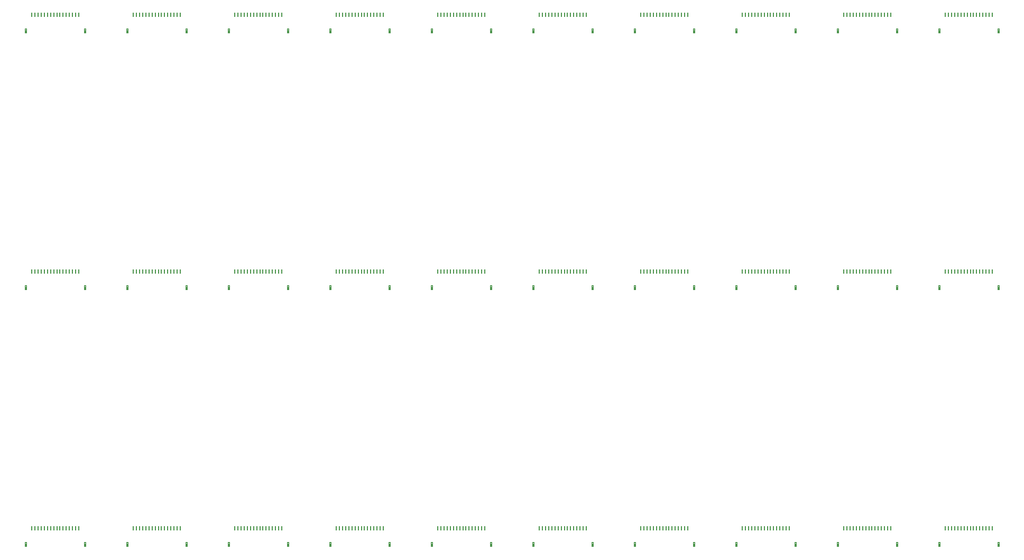
<source format=gbp>
G04 EAGLE Gerber RS-274X export*
G75*
%MOMM*%
%FSLAX34Y34*%
%LPD*%
%INSolderpaste Bottom*%
%IPPOS*%
%AMOC8*
5,1,8,0,0,1.08239X$1,22.5*%
G01*
%ADD10C,0.100000*%
%ADD11R,0.250000X0.650000*%


D10*
X99340Y377445D02*
X102340Y377445D01*
X102340Y370445D01*
X99340Y370445D01*
X99340Y377445D01*
X99340Y371395D02*
X102340Y371395D01*
X102340Y372345D02*
X99340Y372345D01*
X99340Y373295D02*
X102340Y373295D01*
X102340Y374245D02*
X99340Y374245D01*
X99340Y375195D02*
X102340Y375195D01*
X102340Y376145D02*
X99340Y376145D01*
X99340Y377095D02*
X102340Y377095D01*
D11*
X90840Y398945D03*
X85840Y398945D03*
D10*
X7340Y377445D02*
X4340Y377445D01*
X7340Y377445D02*
X7340Y370445D01*
X4340Y370445D01*
X4340Y377445D01*
X4340Y371395D02*
X7340Y371395D01*
X7340Y372345D02*
X4340Y372345D01*
X4340Y373295D02*
X7340Y373295D01*
X7340Y374245D02*
X4340Y374245D01*
X4340Y375195D02*
X7340Y375195D01*
X7340Y376145D02*
X4340Y376145D01*
X4340Y377095D02*
X7340Y377095D01*
D11*
X80840Y398945D03*
X75840Y398945D03*
X70840Y398945D03*
X65840Y398945D03*
X60840Y398945D03*
X55840Y398945D03*
X50840Y398945D03*
X45840Y398945D03*
X40840Y398945D03*
X35840Y398945D03*
X30840Y398945D03*
X25840Y398945D03*
X20840Y398945D03*
X15840Y398945D03*
D10*
X261900Y377445D02*
X264900Y377445D01*
X264900Y370445D01*
X261900Y370445D01*
X261900Y377445D01*
X261900Y371395D02*
X264900Y371395D01*
X264900Y372345D02*
X261900Y372345D01*
X261900Y373295D02*
X264900Y373295D01*
X264900Y374245D02*
X261900Y374245D01*
X261900Y375195D02*
X264900Y375195D01*
X264900Y376145D02*
X261900Y376145D01*
X261900Y377095D02*
X264900Y377095D01*
D11*
X253400Y398945D03*
X248400Y398945D03*
D10*
X169900Y377445D02*
X166900Y377445D01*
X169900Y377445D02*
X169900Y370445D01*
X166900Y370445D01*
X166900Y377445D01*
X166900Y371395D02*
X169900Y371395D01*
X169900Y372345D02*
X166900Y372345D01*
X166900Y373295D02*
X169900Y373295D01*
X169900Y374245D02*
X166900Y374245D01*
X166900Y375195D02*
X169900Y375195D01*
X169900Y376145D02*
X166900Y376145D01*
X166900Y377095D02*
X169900Y377095D01*
D11*
X243400Y398945D03*
X238400Y398945D03*
X233400Y398945D03*
X228400Y398945D03*
X223400Y398945D03*
X218400Y398945D03*
X213400Y398945D03*
X208400Y398945D03*
X203400Y398945D03*
X198400Y398945D03*
X193400Y398945D03*
X188400Y398945D03*
X183400Y398945D03*
X178400Y398945D03*
D10*
X424460Y377445D02*
X427460Y377445D01*
X427460Y370445D01*
X424460Y370445D01*
X424460Y377445D01*
X424460Y371395D02*
X427460Y371395D01*
X427460Y372345D02*
X424460Y372345D01*
X424460Y373295D02*
X427460Y373295D01*
X427460Y374245D02*
X424460Y374245D01*
X424460Y375195D02*
X427460Y375195D01*
X427460Y376145D02*
X424460Y376145D01*
X424460Y377095D02*
X427460Y377095D01*
D11*
X415960Y398945D03*
X410960Y398945D03*
D10*
X332460Y377445D02*
X329460Y377445D01*
X332460Y377445D02*
X332460Y370445D01*
X329460Y370445D01*
X329460Y377445D01*
X329460Y371395D02*
X332460Y371395D01*
X332460Y372345D02*
X329460Y372345D01*
X329460Y373295D02*
X332460Y373295D01*
X332460Y374245D02*
X329460Y374245D01*
X329460Y375195D02*
X332460Y375195D01*
X332460Y376145D02*
X329460Y376145D01*
X329460Y377095D02*
X332460Y377095D01*
D11*
X405960Y398945D03*
X400960Y398945D03*
X395960Y398945D03*
X390960Y398945D03*
X385960Y398945D03*
X380960Y398945D03*
X375960Y398945D03*
X370960Y398945D03*
X365960Y398945D03*
X360960Y398945D03*
X355960Y398945D03*
X350960Y398945D03*
X345960Y398945D03*
X340960Y398945D03*
D10*
X587020Y377445D02*
X590020Y377445D01*
X590020Y370445D01*
X587020Y370445D01*
X587020Y377445D01*
X587020Y371395D02*
X590020Y371395D01*
X590020Y372345D02*
X587020Y372345D01*
X587020Y373295D02*
X590020Y373295D01*
X590020Y374245D02*
X587020Y374245D01*
X587020Y375195D02*
X590020Y375195D01*
X590020Y376145D02*
X587020Y376145D01*
X587020Y377095D02*
X590020Y377095D01*
D11*
X578520Y398945D03*
X573520Y398945D03*
D10*
X495020Y377445D02*
X492020Y377445D01*
X495020Y377445D02*
X495020Y370445D01*
X492020Y370445D01*
X492020Y377445D01*
X492020Y371395D02*
X495020Y371395D01*
X495020Y372345D02*
X492020Y372345D01*
X492020Y373295D02*
X495020Y373295D01*
X495020Y374245D02*
X492020Y374245D01*
X492020Y375195D02*
X495020Y375195D01*
X495020Y376145D02*
X492020Y376145D01*
X492020Y377095D02*
X495020Y377095D01*
D11*
X568520Y398945D03*
X563520Y398945D03*
X558520Y398945D03*
X553520Y398945D03*
X548520Y398945D03*
X543520Y398945D03*
X538520Y398945D03*
X533520Y398945D03*
X528520Y398945D03*
X523520Y398945D03*
X518520Y398945D03*
X513520Y398945D03*
X508520Y398945D03*
X503520Y398945D03*
D10*
X749580Y377445D02*
X752580Y377445D01*
X752580Y370445D01*
X749580Y370445D01*
X749580Y377445D01*
X749580Y371395D02*
X752580Y371395D01*
X752580Y372345D02*
X749580Y372345D01*
X749580Y373295D02*
X752580Y373295D01*
X752580Y374245D02*
X749580Y374245D01*
X749580Y375195D02*
X752580Y375195D01*
X752580Y376145D02*
X749580Y376145D01*
X749580Y377095D02*
X752580Y377095D01*
D11*
X741080Y398945D03*
X736080Y398945D03*
D10*
X657580Y377445D02*
X654580Y377445D01*
X657580Y377445D02*
X657580Y370445D01*
X654580Y370445D01*
X654580Y377445D01*
X654580Y371395D02*
X657580Y371395D01*
X657580Y372345D02*
X654580Y372345D01*
X654580Y373295D02*
X657580Y373295D01*
X657580Y374245D02*
X654580Y374245D01*
X654580Y375195D02*
X657580Y375195D01*
X657580Y376145D02*
X654580Y376145D01*
X654580Y377095D02*
X657580Y377095D01*
D11*
X731080Y398945D03*
X726080Y398945D03*
X721080Y398945D03*
X716080Y398945D03*
X711080Y398945D03*
X706080Y398945D03*
X701080Y398945D03*
X696080Y398945D03*
X691080Y398945D03*
X686080Y398945D03*
X681080Y398945D03*
X676080Y398945D03*
X671080Y398945D03*
X666080Y398945D03*
D10*
X912140Y377445D02*
X915140Y377445D01*
X915140Y370445D01*
X912140Y370445D01*
X912140Y377445D01*
X912140Y371395D02*
X915140Y371395D01*
X915140Y372345D02*
X912140Y372345D01*
X912140Y373295D02*
X915140Y373295D01*
X915140Y374245D02*
X912140Y374245D01*
X912140Y375195D02*
X915140Y375195D01*
X915140Y376145D02*
X912140Y376145D01*
X912140Y377095D02*
X915140Y377095D01*
D11*
X903640Y398945D03*
X898640Y398945D03*
D10*
X820140Y377445D02*
X817140Y377445D01*
X820140Y377445D02*
X820140Y370445D01*
X817140Y370445D01*
X817140Y377445D01*
X817140Y371395D02*
X820140Y371395D01*
X820140Y372345D02*
X817140Y372345D01*
X817140Y373295D02*
X820140Y373295D01*
X820140Y374245D02*
X817140Y374245D01*
X817140Y375195D02*
X820140Y375195D01*
X820140Y376145D02*
X817140Y376145D01*
X817140Y377095D02*
X820140Y377095D01*
D11*
X893640Y398945D03*
X888640Y398945D03*
X883640Y398945D03*
X878640Y398945D03*
X873640Y398945D03*
X868640Y398945D03*
X863640Y398945D03*
X858640Y398945D03*
X853640Y398945D03*
X848640Y398945D03*
X843640Y398945D03*
X838640Y398945D03*
X833640Y398945D03*
X828640Y398945D03*
D10*
X1074700Y377445D02*
X1077700Y377445D01*
X1077700Y370445D01*
X1074700Y370445D01*
X1074700Y377445D01*
X1074700Y371395D02*
X1077700Y371395D01*
X1077700Y372345D02*
X1074700Y372345D01*
X1074700Y373295D02*
X1077700Y373295D01*
X1077700Y374245D02*
X1074700Y374245D01*
X1074700Y375195D02*
X1077700Y375195D01*
X1077700Y376145D02*
X1074700Y376145D01*
X1074700Y377095D02*
X1077700Y377095D01*
D11*
X1066200Y398945D03*
X1061200Y398945D03*
D10*
X982700Y377445D02*
X979700Y377445D01*
X982700Y377445D02*
X982700Y370445D01*
X979700Y370445D01*
X979700Y377445D01*
X979700Y371395D02*
X982700Y371395D01*
X982700Y372345D02*
X979700Y372345D01*
X979700Y373295D02*
X982700Y373295D01*
X982700Y374245D02*
X979700Y374245D01*
X979700Y375195D02*
X982700Y375195D01*
X982700Y376145D02*
X979700Y376145D01*
X979700Y377095D02*
X982700Y377095D01*
D11*
X1056200Y398945D03*
X1051200Y398945D03*
X1046200Y398945D03*
X1041200Y398945D03*
X1036200Y398945D03*
X1031200Y398945D03*
X1026200Y398945D03*
X1021200Y398945D03*
X1016200Y398945D03*
X1011200Y398945D03*
X1006200Y398945D03*
X1001200Y398945D03*
X996200Y398945D03*
X991200Y398945D03*
D10*
X1237260Y377445D02*
X1240260Y377445D01*
X1240260Y370445D01*
X1237260Y370445D01*
X1237260Y377445D01*
X1237260Y371395D02*
X1240260Y371395D01*
X1240260Y372345D02*
X1237260Y372345D01*
X1237260Y373295D02*
X1240260Y373295D01*
X1240260Y374245D02*
X1237260Y374245D01*
X1237260Y375195D02*
X1240260Y375195D01*
X1240260Y376145D02*
X1237260Y376145D01*
X1237260Y377095D02*
X1240260Y377095D01*
D11*
X1228760Y398945D03*
X1223760Y398945D03*
D10*
X1145260Y377445D02*
X1142260Y377445D01*
X1145260Y377445D02*
X1145260Y370445D01*
X1142260Y370445D01*
X1142260Y377445D01*
X1142260Y371395D02*
X1145260Y371395D01*
X1145260Y372345D02*
X1142260Y372345D01*
X1142260Y373295D02*
X1145260Y373295D01*
X1145260Y374245D02*
X1142260Y374245D01*
X1142260Y375195D02*
X1145260Y375195D01*
X1145260Y376145D02*
X1142260Y376145D01*
X1142260Y377095D02*
X1145260Y377095D01*
D11*
X1218760Y398945D03*
X1213760Y398945D03*
X1208760Y398945D03*
X1203760Y398945D03*
X1198760Y398945D03*
X1193760Y398945D03*
X1188760Y398945D03*
X1183760Y398945D03*
X1178760Y398945D03*
X1173760Y398945D03*
X1168760Y398945D03*
X1163760Y398945D03*
X1158760Y398945D03*
X1153760Y398945D03*
D10*
X1399820Y377445D02*
X1402820Y377445D01*
X1402820Y370445D01*
X1399820Y370445D01*
X1399820Y377445D01*
X1399820Y371395D02*
X1402820Y371395D01*
X1402820Y372345D02*
X1399820Y372345D01*
X1399820Y373295D02*
X1402820Y373295D01*
X1402820Y374245D02*
X1399820Y374245D01*
X1399820Y375195D02*
X1402820Y375195D01*
X1402820Y376145D02*
X1399820Y376145D01*
X1399820Y377095D02*
X1402820Y377095D01*
D11*
X1391320Y398945D03*
X1386320Y398945D03*
D10*
X1307820Y377445D02*
X1304820Y377445D01*
X1307820Y377445D02*
X1307820Y370445D01*
X1304820Y370445D01*
X1304820Y377445D01*
X1304820Y371395D02*
X1307820Y371395D01*
X1307820Y372345D02*
X1304820Y372345D01*
X1304820Y373295D02*
X1307820Y373295D01*
X1307820Y374245D02*
X1304820Y374245D01*
X1304820Y375195D02*
X1307820Y375195D01*
X1307820Y376145D02*
X1304820Y376145D01*
X1304820Y377095D02*
X1307820Y377095D01*
D11*
X1381320Y398945D03*
X1376320Y398945D03*
X1371320Y398945D03*
X1366320Y398945D03*
X1361320Y398945D03*
X1356320Y398945D03*
X1351320Y398945D03*
X1346320Y398945D03*
X1341320Y398945D03*
X1336320Y398945D03*
X1331320Y398945D03*
X1326320Y398945D03*
X1321320Y398945D03*
X1316320Y398945D03*
D10*
X1562380Y377445D02*
X1565380Y377445D01*
X1565380Y370445D01*
X1562380Y370445D01*
X1562380Y377445D01*
X1562380Y371395D02*
X1565380Y371395D01*
X1565380Y372345D02*
X1562380Y372345D01*
X1562380Y373295D02*
X1565380Y373295D01*
X1565380Y374245D02*
X1562380Y374245D01*
X1562380Y375195D02*
X1565380Y375195D01*
X1565380Y376145D02*
X1562380Y376145D01*
X1562380Y377095D02*
X1565380Y377095D01*
D11*
X1553880Y398945D03*
X1548880Y398945D03*
D10*
X1470380Y377445D02*
X1467380Y377445D01*
X1470380Y377445D02*
X1470380Y370445D01*
X1467380Y370445D01*
X1467380Y377445D01*
X1467380Y371395D02*
X1470380Y371395D01*
X1470380Y372345D02*
X1467380Y372345D01*
X1467380Y373295D02*
X1470380Y373295D01*
X1470380Y374245D02*
X1467380Y374245D01*
X1467380Y375195D02*
X1470380Y375195D01*
X1470380Y376145D02*
X1467380Y376145D01*
X1467380Y377095D02*
X1470380Y377095D01*
D11*
X1543880Y398945D03*
X1538880Y398945D03*
X1533880Y398945D03*
X1528880Y398945D03*
X1523880Y398945D03*
X1518880Y398945D03*
X1513880Y398945D03*
X1508880Y398945D03*
X1503880Y398945D03*
X1498880Y398945D03*
X1493880Y398945D03*
X1488880Y398945D03*
X1483880Y398945D03*
X1478880Y398945D03*
D10*
X102340Y788925D02*
X99340Y788925D01*
X102340Y788925D02*
X102340Y781925D01*
X99340Y781925D01*
X99340Y788925D01*
X99340Y782875D02*
X102340Y782875D01*
X102340Y783825D02*
X99340Y783825D01*
X99340Y784775D02*
X102340Y784775D01*
X102340Y785725D02*
X99340Y785725D01*
X99340Y786675D02*
X102340Y786675D01*
X102340Y787625D02*
X99340Y787625D01*
X99340Y788575D02*
X102340Y788575D01*
D11*
X90840Y810425D03*
X85840Y810425D03*
D10*
X7340Y788925D02*
X4340Y788925D01*
X7340Y788925D02*
X7340Y781925D01*
X4340Y781925D01*
X4340Y788925D01*
X4340Y782875D02*
X7340Y782875D01*
X7340Y783825D02*
X4340Y783825D01*
X4340Y784775D02*
X7340Y784775D01*
X7340Y785725D02*
X4340Y785725D01*
X4340Y786675D02*
X7340Y786675D01*
X7340Y787625D02*
X4340Y787625D01*
X4340Y788575D02*
X7340Y788575D01*
D11*
X80840Y810425D03*
X75840Y810425D03*
X70840Y810425D03*
X65840Y810425D03*
X60840Y810425D03*
X55840Y810425D03*
X50840Y810425D03*
X45840Y810425D03*
X40840Y810425D03*
X35840Y810425D03*
X30840Y810425D03*
X25840Y810425D03*
X20840Y810425D03*
X15840Y810425D03*
D10*
X261900Y788925D02*
X264900Y788925D01*
X264900Y781925D01*
X261900Y781925D01*
X261900Y788925D01*
X261900Y782875D02*
X264900Y782875D01*
X264900Y783825D02*
X261900Y783825D01*
X261900Y784775D02*
X264900Y784775D01*
X264900Y785725D02*
X261900Y785725D01*
X261900Y786675D02*
X264900Y786675D01*
X264900Y787625D02*
X261900Y787625D01*
X261900Y788575D02*
X264900Y788575D01*
D11*
X253400Y810425D03*
X248400Y810425D03*
D10*
X169900Y788925D02*
X166900Y788925D01*
X169900Y788925D02*
X169900Y781925D01*
X166900Y781925D01*
X166900Y788925D01*
X166900Y782875D02*
X169900Y782875D01*
X169900Y783825D02*
X166900Y783825D01*
X166900Y784775D02*
X169900Y784775D01*
X169900Y785725D02*
X166900Y785725D01*
X166900Y786675D02*
X169900Y786675D01*
X169900Y787625D02*
X166900Y787625D01*
X166900Y788575D02*
X169900Y788575D01*
D11*
X243400Y810425D03*
X238400Y810425D03*
X233400Y810425D03*
X228400Y810425D03*
X223400Y810425D03*
X218400Y810425D03*
X213400Y810425D03*
X208400Y810425D03*
X203400Y810425D03*
X198400Y810425D03*
X193400Y810425D03*
X188400Y810425D03*
X183400Y810425D03*
X178400Y810425D03*
D10*
X424460Y788925D02*
X427460Y788925D01*
X427460Y781925D01*
X424460Y781925D01*
X424460Y788925D01*
X424460Y782875D02*
X427460Y782875D01*
X427460Y783825D02*
X424460Y783825D01*
X424460Y784775D02*
X427460Y784775D01*
X427460Y785725D02*
X424460Y785725D01*
X424460Y786675D02*
X427460Y786675D01*
X427460Y787625D02*
X424460Y787625D01*
X424460Y788575D02*
X427460Y788575D01*
D11*
X415960Y810425D03*
X410960Y810425D03*
D10*
X332460Y788925D02*
X329460Y788925D01*
X332460Y788925D02*
X332460Y781925D01*
X329460Y781925D01*
X329460Y788925D01*
X329460Y782875D02*
X332460Y782875D01*
X332460Y783825D02*
X329460Y783825D01*
X329460Y784775D02*
X332460Y784775D01*
X332460Y785725D02*
X329460Y785725D01*
X329460Y786675D02*
X332460Y786675D01*
X332460Y787625D02*
X329460Y787625D01*
X329460Y788575D02*
X332460Y788575D01*
D11*
X405960Y810425D03*
X400960Y810425D03*
X395960Y810425D03*
X390960Y810425D03*
X385960Y810425D03*
X380960Y810425D03*
X375960Y810425D03*
X370960Y810425D03*
X365960Y810425D03*
X360960Y810425D03*
X355960Y810425D03*
X350960Y810425D03*
X345960Y810425D03*
X340960Y810425D03*
D10*
X587020Y788925D02*
X590020Y788925D01*
X590020Y781925D01*
X587020Y781925D01*
X587020Y788925D01*
X587020Y782875D02*
X590020Y782875D01*
X590020Y783825D02*
X587020Y783825D01*
X587020Y784775D02*
X590020Y784775D01*
X590020Y785725D02*
X587020Y785725D01*
X587020Y786675D02*
X590020Y786675D01*
X590020Y787625D02*
X587020Y787625D01*
X587020Y788575D02*
X590020Y788575D01*
D11*
X578520Y810425D03*
X573520Y810425D03*
D10*
X495020Y788925D02*
X492020Y788925D01*
X495020Y788925D02*
X495020Y781925D01*
X492020Y781925D01*
X492020Y788925D01*
X492020Y782875D02*
X495020Y782875D01*
X495020Y783825D02*
X492020Y783825D01*
X492020Y784775D02*
X495020Y784775D01*
X495020Y785725D02*
X492020Y785725D01*
X492020Y786675D02*
X495020Y786675D01*
X495020Y787625D02*
X492020Y787625D01*
X492020Y788575D02*
X495020Y788575D01*
D11*
X568520Y810425D03*
X563520Y810425D03*
X558520Y810425D03*
X553520Y810425D03*
X548520Y810425D03*
X543520Y810425D03*
X538520Y810425D03*
X533520Y810425D03*
X528520Y810425D03*
X523520Y810425D03*
X518520Y810425D03*
X513520Y810425D03*
X508520Y810425D03*
X503520Y810425D03*
D10*
X749580Y788925D02*
X752580Y788925D01*
X752580Y781925D01*
X749580Y781925D01*
X749580Y788925D01*
X749580Y782875D02*
X752580Y782875D01*
X752580Y783825D02*
X749580Y783825D01*
X749580Y784775D02*
X752580Y784775D01*
X752580Y785725D02*
X749580Y785725D01*
X749580Y786675D02*
X752580Y786675D01*
X752580Y787625D02*
X749580Y787625D01*
X749580Y788575D02*
X752580Y788575D01*
D11*
X741080Y810425D03*
X736080Y810425D03*
D10*
X657580Y788925D02*
X654580Y788925D01*
X657580Y788925D02*
X657580Y781925D01*
X654580Y781925D01*
X654580Y788925D01*
X654580Y782875D02*
X657580Y782875D01*
X657580Y783825D02*
X654580Y783825D01*
X654580Y784775D02*
X657580Y784775D01*
X657580Y785725D02*
X654580Y785725D01*
X654580Y786675D02*
X657580Y786675D01*
X657580Y787625D02*
X654580Y787625D01*
X654580Y788575D02*
X657580Y788575D01*
D11*
X731080Y810425D03*
X726080Y810425D03*
X721080Y810425D03*
X716080Y810425D03*
X711080Y810425D03*
X706080Y810425D03*
X701080Y810425D03*
X696080Y810425D03*
X691080Y810425D03*
X686080Y810425D03*
X681080Y810425D03*
X676080Y810425D03*
X671080Y810425D03*
X666080Y810425D03*
D10*
X912140Y788925D02*
X915140Y788925D01*
X915140Y781925D01*
X912140Y781925D01*
X912140Y788925D01*
X912140Y782875D02*
X915140Y782875D01*
X915140Y783825D02*
X912140Y783825D01*
X912140Y784775D02*
X915140Y784775D01*
X915140Y785725D02*
X912140Y785725D01*
X912140Y786675D02*
X915140Y786675D01*
X915140Y787625D02*
X912140Y787625D01*
X912140Y788575D02*
X915140Y788575D01*
D11*
X903640Y810425D03*
X898640Y810425D03*
D10*
X820140Y788925D02*
X817140Y788925D01*
X820140Y788925D02*
X820140Y781925D01*
X817140Y781925D01*
X817140Y788925D01*
X817140Y782875D02*
X820140Y782875D01*
X820140Y783825D02*
X817140Y783825D01*
X817140Y784775D02*
X820140Y784775D01*
X820140Y785725D02*
X817140Y785725D01*
X817140Y786675D02*
X820140Y786675D01*
X820140Y787625D02*
X817140Y787625D01*
X817140Y788575D02*
X820140Y788575D01*
D11*
X893640Y810425D03*
X888640Y810425D03*
X883640Y810425D03*
X878640Y810425D03*
X873640Y810425D03*
X868640Y810425D03*
X863640Y810425D03*
X858640Y810425D03*
X853640Y810425D03*
X848640Y810425D03*
X843640Y810425D03*
X838640Y810425D03*
X833640Y810425D03*
X828640Y810425D03*
D10*
X1074700Y788925D02*
X1077700Y788925D01*
X1077700Y781925D01*
X1074700Y781925D01*
X1074700Y788925D01*
X1074700Y782875D02*
X1077700Y782875D01*
X1077700Y783825D02*
X1074700Y783825D01*
X1074700Y784775D02*
X1077700Y784775D01*
X1077700Y785725D02*
X1074700Y785725D01*
X1074700Y786675D02*
X1077700Y786675D01*
X1077700Y787625D02*
X1074700Y787625D01*
X1074700Y788575D02*
X1077700Y788575D01*
D11*
X1066200Y810425D03*
X1061200Y810425D03*
D10*
X982700Y788925D02*
X979700Y788925D01*
X982700Y788925D02*
X982700Y781925D01*
X979700Y781925D01*
X979700Y788925D01*
X979700Y782875D02*
X982700Y782875D01*
X982700Y783825D02*
X979700Y783825D01*
X979700Y784775D02*
X982700Y784775D01*
X982700Y785725D02*
X979700Y785725D01*
X979700Y786675D02*
X982700Y786675D01*
X982700Y787625D02*
X979700Y787625D01*
X979700Y788575D02*
X982700Y788575D01*
D11*
X1056200Y810425D03*
X1051200Y810425D03*
X1046200Y810425D03*
X1041200Y810425D03*
X1036200Y810425D03*
X1031200Y810425D03*
X1026200Y810425D03*
X1021200Y810425D03*
X1016200Y810425D03*
X1011200Y810425D03*
X1006200Y810425D03*
X1001200Y810425D03*
X996200Y810425D03*
X991200Y810425D03*
D10*
X1237260Y788925D02*
X1240260Y788925D01*
X1240260Y781925D01*
X1237260Y781925D01*
X1237260Y788925D01*
X1237260Y782875D02*
X1240260Y782875D01*
X1240260Y783825D02*
X1237260Y783825D01*
X1237260Y784775D02*
X1240260Y784775D01*
X1240260Y785725D02*
X1237260Y785725D01*
X1237260Y786675D02*
X1240260Y786675D01*
X1240260Y787625D02*
X1237260Y787625D01*
X1237260Y788575D02*
X1240260Y788575D01*
D11*
X1228760Y810425D03*
X1223760Y810425D03*
D10*
X1145260Y788925D02*
X1142260Y788925D01*
X1145260Y788925D02*
X1145260Y781925D01*
X1142260Y781925D01*
X1142260Y788925D01*
X1142260Y782875D02*
X1145260Y782875D01*
X1145260Y783825D02*
X1142260Y783825D01*
X1142260Y784775D02*
X1145260Y784775D01*
X1145260Y785725D02*
X1142260Y785725D01*
X1142260Y786675D02*
X1145260Y786675D01*
X1145260Y787625D02*
X1142260Y787625D01*
X1142260Y788575D02*
X1145260Y788575D01*
D11*
X1218760Y810425D03*
X1213760Y810425D03*
X1208760Y810425D03*
X1203760Y810425D03*
X1198760Y810425D03*
X1193760Y810425D03*
X1188760Y810425D03*
X1183760Y810425D03*
X1178760Y810425D03*
X1173760Y810425D03*
X1168760Y810425D03*
X1163760Y810425D03*
X1158760Y810425D03*
X1153760Y810425D03*
D10*
X1399820Y788925D02*
X1402820Y788925D01*
X1402820Y781925D01*
X1399820Y781925D01*
X1399820Y788925D01*
X1399820Y782875D02*
X1402820Y782875D01*
X1402820Y783825D02*
X1399820Y783825D01*
X1399820Y784775D02*
X1402820Y784775D01*
X1402820Y785725D02*
X1399820Y785725D01*
X1399820Y786675D02*
X1402820Y786675D01*
X1402820Y787625D02*
X1399820Y787625D01*
X1399820Y788575D02*
X1402820Y788575D01*
D11*
X1391320Y810425D03*
X1386320Y810425D03*
D10*
X1307820Y788925D02*
X1304820Y788925D01*
X1307820Y788925D02*
X1307820Y781925D01*
X1304820Y781925D01*
X1304820Y788925D01*
X1304820Y782875D02*
X1307820Y782875D01*
X1307820Y783825D02*
X1304820Y783825D01*
X1304820Y784775D02*
X1307820Y784775D01*
X1307820Y785725D02*
X1304820Y785725D01*
X1304820Y786675D02*
X1307820Y786675D01*
X1307820Y787625D02*
X1304820Y787625D01*
X1304820Y788575D02*
X1307820Y788575D01*
D11*
X1381320Y810425D03*
X1376320Y810425D03*
X1371320Y810425D03*
X1366320Y810425D03*
X1361320Y810425D03*
X1356320Y810425D03*
X1351320Y810425D03*
X1346320Y810425D03*
X1341320Y810425D03*
X1336320Y810425D03*
X1331320Y810425D03*
X1326320Y810425D03*
X1321320Y810425D03*
X1316320Y810425D03*
D10*
X1562380Y788925D02*
X1565380Y788925D01*
X1565380Y781925D01*
X1562380Y781925D01*
X1562380Y788925D01*
X1562380Y782875D02*
X1565380Y782875D01*
X1565380Y783825D02*
X1562380Y783825D01*
X1562380Y784775D02*
X1565380Y784775D01*
X1565380Y785725D02*
X1562380Y785725D01*
X1562380Y786675D02*
X1565380Y786675D01*
X1565380Y787625D02*
X1562380Y787625D01*
X1562380Y788575D02*
X1565380Y788575D01*
D11*
X1553880Y810425D03*
X1548880Y810425D03*
D10*
X1470380Y788925D02*
X1467380Y788925D01*
X1470380Y788925D02*
X1470380Y781925D01*
X1467380Y781925D01*
X1467380Y788925D01*
X1467380Y782875D02*
X1470380Y782875D01*
X1470380Y783825D02*
X1467380Y783825D01*
X1467380Y784775D02*
X1470380Y784775D01*
X1470380Y785725D02*
X1467380Y785725D01*
X1467380Y786675D02*
X1470380Y786675D01*
X1470380Y787625D02*
X1467380Y787625D01*
X1467380Y788575D02*
X1470380Y788575D01*
D11*
X1543880Y810425D03*
X1538880Y810425D03*
X1533880Y810425D03*
X1528880Y810425D03*
X1523880Y810425D03*
X1518880Y810425D03*
X1513880Y810425D03*
X1508880Y810425D03*
X1503880Y810425D03*
X1498880Y810425D03*
X1493880Y810425D03*
X1488880Y810425D03*
X1483880Y810425D03*
X1478880Y810425D03*
D10*
X102340Y1200405D02*
X99340Y1200405D01*
X102340Y1200405D02*
X102340Y1193405D01*
X99340Y1193405D01*
X99340Y1200405D01*
X99340Y1194355D02*
X102340Y1194355D01*
X102340Y1195305D02*
X99340Y1195305D01*
X99340Y1196255D02*
X102340Y1196255D01*
X102340Y1197205D02*
X99340Y1197205D01*
X99340Y1198155D02*
X102340Y1198155D01*
X102340Y1199105D02*
X99340Y1199105D01*
X99340Y1200055D02*
X102340Y1200055D01*
D11*
X90840Y1221905D03*
X85840Y1221905D03*
D10*
X7340Y1200405D02*
X4340Y1200405D01*
X7340Y1200405D02*
X7340Y1193405D01*
X4340Y1193405D01*
X4340Y1200405D01*
X4340Y1194355D02*
X7340Y1194355D01*
X7340Y1195305D02*
X4340Y1195305D01*
X4340Y1196255D02*
X7340Y1196255D01*
X7340Y1197205D02*
X4340Y1197205D01*
X4340Y1198155D02*
X7340Y1198155D01*
X7340Y1199105D02*
X4340Y1199105D01*
X4340Y1200055D02*
X7340Y1200055D01*
D11*
X80840Y1221905D03*
X75840Y1221905D03*
X70840Y1221905D03*
X65840Y1221905D03*
X60840Y1221905D03*
X55840Y1221905D03*
X50840Y1221905D03*
X45840Y1221905D03*
X40840Y1221905D03*
X35840Y1221905D03*
X30840Y1221905D03*
X25840Y1221905D03*
X20840Y1221905D03*
X15840Y1221905D03*
D10*
X261900Y1200405D02*
X264900Y1200405D01*
X264900Y1193405D01*
X261900Y1193405D01*
X261900Y1200405D01*
X261900Y1194355D02*
X264900Y1194355D01*
X264900Y1195305D02*
X261900Y1195305D01*
X261900Y1196255D02*
X264900Y1196255D01*
X264900Y1197205D02*
X261900Y1197205D01*
X261900Y1198155D02*
X264900Y1198155D01*
X264900Y1199105D02*
X261900Y1199105D01*
X261900Y1200055D02*
X264900Y1200055D01*
D11*
X253400Y1221905D03*
X248400Y1221905D03*
D10*
X169900Y1200405D02*
X166900Y1200405D01*
X169900Y1200405D02*
X169900Y1193405D01*
X166900Y1193405D01*
X166900Y1200405D01*
X166900Y1194355D02*
X169900Y1194355D01*
X169900Y1195305D02*
X166900Y1195305D01*
X166900Y1196255D02*
X169900Y1196255D01*
X169900Y1197205D02*
X166900Y1197205D01*
X166900Y1198155D02*
X169900Y1198155D01*
X169900Y1199105D02*
X166900Y1199105D01*
X166900Y1200055D02*
X169900Y1200055D01*
D11*
X243400Y1221905D03*
X238400Y1221905D03*
X233400Y1221905D03*
X228400Y1221905D03*
X223400Y1221905D03*
X218400Y1221905D03*
X213400Y1221905D03*
X208400Y1221905D03*
X203400Y1221905D03*
X198400Y1221905D03*
X193400Y1221905D03*
X188400Y1221905D03*
X183400Y1221905D03*
X178400Y1221905D03*
D10*
X424460Y1200405D02*
X427460Y1200405D01*
X427460Y1193405D01*
X424460Y1193405D01*
X424460Y1200405D01*
X424460Y1194355D02*
X427460Y1194355D01*
X427460Y1195305D02*
X424460Y1195305D01*
X424460Y1196255D02*
X427460Y1196255D01*
X427460Y1197205D02*
X424460Y1197205D01*
X424460Y1198155D02*
X427460Y1198155D01*
X427460Y1199105D02*
X424460Y1199105D01*
X424460Y1200055D02*
X427460Y1200055D01*
D11*
X415960Y1221905D03*
X410960Y1221905D03*
D10*
X332460Y1200405D02*
X329460Y1200405D01*
X332460Y1200405D02*
X332460Y1193405D01*
X329460Y1193405D01*
X329460Y1200405D01*
X329460Y1194355D02*
X332460Y1194355D01*
X332460Y1195305D02*
X329460Y1195305D01*
X329460Y1196255D02*
X332460Y1196255D01*
X332460Y1197205D02*
X329460Y1197205D01*
X329460Y1198155D02*
X332460Y1198155D01*
X332460Y1199105D02*
X329460Y1199105D01*
X329460Y1200055D02*
X332460Y1200055D01*
D11*
X405960Y1221905D03*
X400960Y1221905D03*
X395960Y1221905D03*
X390960Y1221905D03*
X385960Y1221905D03*
X380960Y1221905D03*
X375960Y1221905D03*
X370960Y1221905D03*
X365960Y1221905D03*
X360960Y1221905D03*
X355960Y1221905D03*
X350960Y1221905D03*
X345960Y1221905D03*
X340960Y1221905D03*
D10*
X587020Y1200405D02*
X590020Y1200405D01*
X590020Y1193405D01*
X587020Y1193405D01*
X587020Y1200405D01*
X587020Y1194355D02*
X590020Y1194355D01*
X590020Y1195305D02*
X587020Y1195305D01*
X587020Y1196255D02*
X590020Y1196255D01*
X590020Y1197205D02*
X587020Y1197205D01*
X587020Y1198155D02*
X590020Y1198155D01*
X590020Y1199105D02*
X587020Y1199105D01*
X587020Y1200055D02*
X590020Y1200055D01*
D11*
X578520Y1221905D03*
X573520Y1221905D03*
D10*
X495020Y1200405D02*
X492020Y1200405D01*
X495020Y1200405D02*
X495020Y1193405D01*
X492020Y1193405D01*
X492020Y1200405D01*
X492020Y1194355D02*
X495020Y1194355D01*
X495020Y1195305D02*
X492020Y1195305D01*
X492020Y1196255D02*
X495020Y1196255D01*
X495020Y1197205D02*
X492020Y1197205D01*
X492020Y1198155D02*
X495020Y1198155D01*
X495020Y1199105D02*
X492020Y1199105D01*
X492020Y1200055D02*
X495020Y1200055D01*
D11*
X568520Y1221905D03*
X563520Y1221905D03*
X558520Y1221905D03*
X553520Y1221905D03*
X548520Y1221905D03*
X543520Y1221905D03*
X538520Y1221905D03*
X533520Y1221905D03*
X528520Y1221905D03*
X523520Y1221905D03*
X518520Y1221905D03*
X513520Y1221905D03*
X508520Y1221905D03*
X503520Y1221905D03*
D10*
X749580Y1200405D02*
X752580Y1200405D01*
X752580Y1193405D01*
X749580Y1193405D01*
X749580Y1200405D01*
X749580Y1194355D02*
X752580Y1194355D01*
X752580Y1195305D02*
X749580Y1195305D01*
X749580Y1196255D02*
X752580Y1196255D01*
X752580Y1197205D02*
X749580Y1197205D01*
X749580Y1198155D02*
X752580Y1198155D01*
X752580Y1199105D02*
X749580Y1199105D01*
X749580Y1200055D02*
X752580Y1200055D01*
D11*
X741080Y1221905D03*
X736080Y1221905D03*
D10*
X657580Y1200405D02*
X654580Y1200405D01*
X657580Y1200405D02*
X657580Y1193405D01*
X654580Y1193405D01*
X654580Y1200405D01*
X654580Y1194355D02*
X657580Y1194355D01*
X657580Y1195305D02*
X654580Y1195305D01*
X654580Y1196255D02*
X657580Y1196255D01*
X657580Y1197205D02*
X654580Y1197205D01*
X654580Y1198155D02*
X657580Y1198155D01*
X657580Y1199105D02*
X654580Y1199105D01*
X654580Y1200055D02*
X657580Y1200055D01*
D11*
X731080Y1221905D03*
X726080Y1221905D03*
X721080Y1221905D03*
X716080Y1221905D03*
X711080Y1221905D03*
X706080Y1221905D03*
X701080Y1221905D03*
X696080Y1221905D03*
X691080Y1221905D03*
X686080Y1221905D03*
X681080Y1221905D03*
X676080Y1221905D03*
X671080Y1221905D03*
X666080Y1221905D03*
D10*
X912140Y1200405D02*
X915140Y1200405D01*
X915140Y1193405D01*
X912140Y1193405D01*
X912140Y1200405D01*
X912140Y1194355D02*
X915140Y1194355D01*
X915140Y1195305D02*
X912140Y1195305D01*
X912140Y1196255D02*
X915140Y1196255D01*
X915140Y1197205D02*
X912140Y1197205D01*
X912140Y1198155D02*
X915140Y1198155D01*
X915140Y1199105D02*
X912140Y1199105D01*
X912140Y1200055D02*
X915140Y1200055D01*
D11*
X903640Y1221905D03*
X898640Y1221905D03*
D10*
X820140Y1200405D02*
X817140Y1200405D01*
X820140Y1200405D02*
X820140Y1193405D01*
X817140Y1193405D01*
X817140Y1200405D01*
X817140Y1194355D02*
X820140Y1194355D01*
X820140Y1195305D02*
X817140Y1195305D01*
X817140Y1196255D02*
X820140Y1196255D01*
X820140Y1197205D02*
X817140Y1197205D01*
X817140Y1198155D02*
X820140Y1198155D01*
X820140Y1199105D02*
X817140Y1199105D01*
X817140Y1200055D02*
X820140Y1200055D01*
D11*
X893640Y1221905D03*
X888640Y1221905D03*
X883640Y1221905D03*
X878640Y1221905D03*
X873640Y1221905D03*
X868640Y1221905D03*
X863640Y1221905D03*
X858640Y1221905D03*
X853640Y1221905D03*
X848640Y1221905D03*
X843640Y1221905D03*
X838640Y1221905D03*
X833640Y1221905D03*
X828640Y1221905D03*
D10*
X1074700Y1200405D02*
X1077700Y1200405D01*
X1077700Y1193405D01*
X1074700Y1193405D01*
X1074700Y1200405D01*
X1074700Y1194355D02*
X1077700Y1194355D01*
X1077700Y1195305D02*
X1074700Y1195305D01*
X1074700Y1196255D02*
X1077700Y1196255D01*
X1077700Y1197205D02*
X1074700Y1197205D01*
X1074700Y1198155D02*
X1077700Y1198155D01*
X1077700Y1199105D02*
X1074700Y1199105D01*
X1074700Y1200055D02*
X1077700Y1200055D01*
D11*
X1066200Y1221905D03*
X1061200Y1221905D03*
D10*
X982700Y1200405D02*
X979700Y1200405D01*
X982700Y1200405D02*
X982700Y1193405D01*
X979700Y1193405D01*
X979700Y1200405D01*
X979700Y1194355D02*
X982700Y1194355D01*
X982700Y1195305D02*
X979700Y1195305D01*
X979700Y1196255D02*
X982700Y1196255D01*
X982700Y1197205D02*
X979700Y1197205D01*
X979700Y1198155D02*
X982700Y1198155D01*
X982700Y1199105D02*
X979700Y1199105D01*
X979700Y1200055D02*
X982700Y1200055D01*
D11*
X1056200Y1221905D03*
X1051200Y1221905D03*
X1046200Y1221905D03*
X1041200Y1221905D03*
X1036200Y1221905D03*
X1031200Y1221905D03*
X1026200Y1221905D03*
X1021200Y1221905D03*
X1016200Y1221905D03*
X1011200Y1221905D03*
X1006200Y1221905D03*
X1001200Y1221905D03*
X996200Y1221905D03*
X991200Y1221905D03*
D10*
X1237260Y1200405D02*
X1240260Y1200405D01*
X1240260Y1193405D01*
X1237260Y1193405D01*
X1237260Y1200405D01*
X1237260Y1194355D02*
X1240260Y1194355D01*
X1240260Y1195305D02*
X1237260Y1195305D01*
X1237260Y1196255D02*
X1240260Y1196255D01*
X1240260Y1197205D02*
X1237260Y1197205D01*
X1237260Y1198155D02*
X1240260Y1198155D01*
X1240260Y1199105D02*
X1237260Y1199105D01*
X1237260Y1200055D02*
X1240260Y1200055D01*
D11*
X1228760Y1221905D03*
X1223760Y1221905D03*
D10*
X1145260Y1200405D02*
X1142260Y1200405D01*
X1145260Y1200405D02*
X1145260Y1193405D01*
X1142260Y1193405D01*
X1142260Y1200405D01*
X1142260Y1194355D02*
X1145260Y1194355D01*
X1145260Y1195305D02*
X1142260Y1195305D01*
X1142260Y1196255D02*
X1145260Y1196255D01*
X1145260Y1197205D02*
X1142260Y1197205D01*
X1142260Y1198155D02*
X1145260Y1198155D01*
X1145260Y1199105D02*
X1142260Y1199105D01*
X1142260Y1200055D02*
X1145260Y1200055D01*
D11*
X1218760Y1221905D03*
X1213760Y1221905D03*
X1208760Y1221905D03*
X1203760Y1221905D03*
X1198760Y1221905D03*
X1193760Y1221905D03*
X1188760Y1221905D03*
X1183760Y1221905D03*
X1178760Y1221905D03*
X1173760Y1221905D03*
X1168760Y1221905D03*
X1163760Y1221905D03*
X1158760Y1221905D03*
X1153760Y1221905D03*
D10*
X1399820Y1200405D02*
X1402820Y1200405D01*
X1402820Y1193405D01*
X1399820Y1193405D01*
X1399820Y1200405D01*
X1399820Y1194355D02*
X1402820Y1194355D01*
X1402820Y1195305D02*
X1399820Y1195305D01*
X1399820Y1196255D02*
X1402820Y1196255D01*
X1402820Y1197205D02*
X1399820Y1197205D01*
X1399820Y1198155D02*
X1402820Y1198155D01*
X1402820Y1199105D02*
X1399820Y1199105D01*
X1399820Y1200055D02*
X1402820Y1200055D01*
D11*
X1391320Y1221905D03*
X1386320Y1221905D03*
D10*
X1307820Y1200405D02*
X1304820Y1200405D01*
X1307820Y1200405D02*
X1307820Y1193405D01*
X1304820Y1193405D01*
X1304820Y1200405D01*
X1304820Y1194355D02*
X1307820Y1194355D01*
X1307820Y1195305D02*
X1304820Y1195305D01*
X1304820Y1196255D02*
X1307820Y1196255D01*
X1307820Y1197205D02*
X1304820Y1197205D01*
X1304820Y1198155D02*
X1307820Y1198155D01*
X1307820Y1199105D02*
X1304820Y1199105D01*
X1304820Y1200055D02*
X1307820Y1200055D01*
D11*
X1381320Y1221905D03*
X1376320Y1221905D03*
X1371320Y1221905D03*
X1366320Y1221905D03*
X1361320Y1221905D03*
X1356320Y1221905D03*
X1351320Y1221905D03*
X1346320Y1221905D03*
X1341320Y1221905D03*
X1336320Y1221905D03*
X1331320Y1221905D03*
X1326320Y1221905D03*
X1321320Y1221905D03*
X1316320Y1221905D03*
D10*
X1562380Y1200405D02*
X1565380Y1200405D01*
X1565380Y1193405D01*
X1562380Y1193405D01*
X1562380Y1200405D01*
X1562380Y1194355D02*
X1565380Y1194355D01*
X1565380Y1195305D02*
X1562380Y1195305D01*
X1562380Y1196255D02*
X1565380Y1196255D01*
X1565380Y1197205D02*
X1562380Y1197205D01*
X1562380Y1198155D02*
X1565380Y1198155D01*
X1565380Y1199105D02*
X1562380Y1199105D01*
X1562380Y1200055D02*
X1565380Y1200055D01*
D11*
X1553880Y1221905D03*
X1548880Y1221905D03*
D10*
X1470380Y1200405D02*
X1467380Y1200405D01*
X1470380Y1200405D02*
X1470380Y1193405D01*
X1467380Y1193405D01*
X1467380Y1200405D01*
X1467380Y1194355D02*
X1470380Y1194355D01*
X1470380Y1195305D02*
X1467380Y1195305D01*
X1467380Y1196255D02*
X1470380Y1196255D01*
X1470380Y1197205D02*
X1467380Y1197205D01*
X1467380Y1198155D02*
X1470380Y1198155D01*
X1470380Y1199105D02*
X1467380Y1199105D01*
X1467380Y1200055D02*
X1470380Y1200055D01*
D11*
X1543880Y1221905D03*
X1538880Y1221905D03*
X1533880Y1221905D03*
X1528880Y1221905D03*
X1523880Y1221905D03*
X1518880Y1221905D03*
X1513880Y1221905D03*
X1508880Y1221905D03*
X1503880Y1221905D03*
X1498880Y1221905D03*
X1493880Y1221905D03*
X1488880Y1221905D03*
X1483880Y1221905D03*
X1478880Y1221905D03*
M02*

</source>
